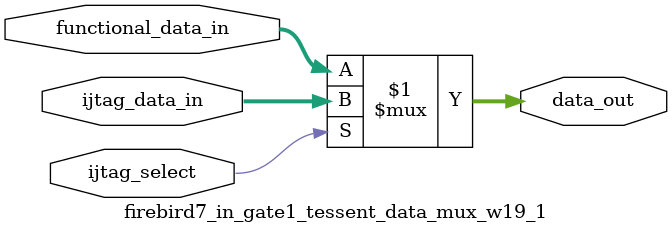
<source format=sv>

module firebird7_in_gate1_tessent_data_mux_w19_1 (
  input wire ijtag_select,
  input wire [18:0]  functional_data_in,
  input wire [18:0]  ijtag_data_in,
  output wire [18:0] data_out
);
assign data_out = (ijtag_select) ? ijtag_data_in : functional_data_in;
endmodule

</source>
